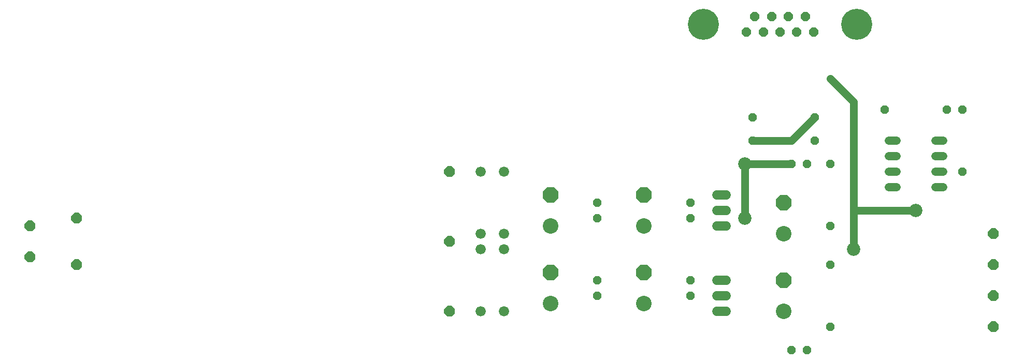
<source format=gtl>
G75*
%MOIN*%
%OFA0B0*%
%FSLAX24Y24*%
%IPPOS*%
%LPD*%
%AMOC8*
5,1,8,0,0,1.08239X$1,22.5*
%
%ADD10OC8,0.0520*%
%ADD11C,0.1000*%
%ADD12OC8,0.1000*%
%ADD13C,0.0660*%
%ADD14OC8,0.0600*%
%ADD15C,0.2000*%
%ADD16C,0.0520*%
%ADD17C,0.0600*%
%ADD18OC8,0.0700*%
%ADD19C,0.0500*%
%ADD20C,0.0860*%
%ADD21C,0.0396*%
D10*
X039348Y013285D03*
X039348Y014285D03*
X045348Y014285D03*
X045348Y013285D03*
X051848Y009785D03*
X052848Y009785D03*
X054348Y011285D03*
X054348Y015285D03*
X054348Y017785D03*
X054348Y021785D03*
X052848Y021785D03*
X051848Y021785D03*
X053348Y023285D03*
X053348Y024785D03*
X049348Y024785D03*
X049348Y023285D03*
X045348Y019285D03*
X045348Y018285D03*
X039348Y018285D03*
X039348Y019285D03*
X057848Y025285D03*
X061848Y025285D03*
X062848Y025285D03*
X062848Y021285D03*
D11*
X051348Y017285D03*
X051348Y012285D03*
X042348Y012785D03*
X036348Y012785D03*
X036348Y017785D03*
X042348Y017785D03*
D12*
X042348Y019785D03*
X036348Y019785D03*
X036348Y014785D03*
X042348Y014785D03*
X051348Y014285D03*
X051348Y019285D03*
D13*
X033348Y017285D03*
X031848Y017285D03*
X031848Y016285D03*
X033348Y016285D03*
X033348Y012285D03*
X031848Y012285D03*
X031848Y021285D03*
X033348Y021285D03*
D14*
X048938Y030285D03*
X050018Y030285D03*
X051098Y030285D03*
X052178Y030285D03*
X053258Y030285D03*
X052718Y031285D03*
X051638Y031285D03*
X050558Y031285D03*
X049478Y031285D03*
D15*
X046168Y030785D03*
X056028Y030785D03*
D16*
X058088Y023285D02*
X058608Y023285D01*
X058608Y022285D02*
X058088Y022285D01*
X058088Y021285D02*
X058608Y021285D01*
X058608Y020285D02*
X058088Y020285D01*
X061088Y020285D02*
X061608Y020285D01*
X061608Y021285D02*
X061088Y021285D01*
X061088Y022285D02*
X061608Y022285D01*
X061608Y023285D02*
X061088Y023285D01*
D17*
X047648Y019785D02*
X047048Y019785D01*
X047048Y018785D02*
X047648Y018785D01*
X047648Y017785D02*
X047048Y017785D01*
X047048Y014285D02*
X047648Y014285D01*
X047648Y013285D02*
X047048Y013285D01*
X047048Y012285D02*
X047648Y012285D01*
D18*
X005848Y015285D03*
X002848Y015785D03*
X002848Y017785D03*
X005848Y018285D03*
X029848Y016785D03*
X029848Y012285D03*
X029848Y021285D03*
X064848Y017285D03*
X064848Y015285D03*
X064848Y013285D03*
X064848Y011285D03*
D19*
X055848Y016285D02*
X055848Y018785D01*
X055848Y025785D01*
X054348Y027285D01*
X053348Y024785D02*
X051848Y023285D01*
X049348Y023285D01*
X048848Y021785D02*
X048848Y018285D01*
X048848Y021785D02*
X051848Y021785D01*
X055848Y018785D02*
X059848Y018785D01*
D20*
X059848Y018785D03*
X055848Y016285D03*
X048848Y018285D03*
X048848Y021785D03*
D21*
X054348Y027285D03*
M02*

</source>
